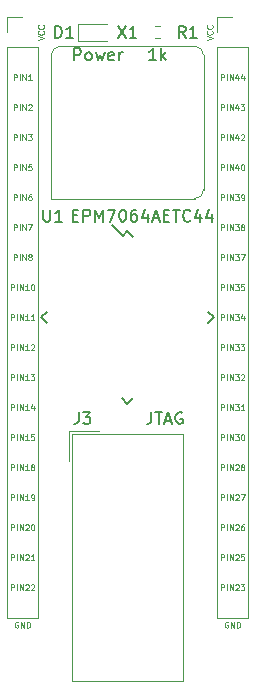
<source format=gbr>
G04 #@! TF.GenerationSoftware,KiCad,Pcbnew,(5.1.0)-1*
G04 #@! TF.CreationDate,2020-08-07T11:47:51-07:00*
G04 #@! TF.ProjectId,MAX7_Proto,4d415837-5f50-4726-9f74-6f2e6b696361,rev?*
G04 #@! TF.SameCoordinates,Original*
G04 #@! TF.FileFunction,Legend,Top*
G04 #@! TF.FilePolarity,Positive*
%FSLAX46Y46*%
G04 Gerber Fmt 4.6, Leading zero omitted, Abs format (unit mm)*
G04 Created by KiCad (PCBNEW (5.1.0)-1) date 2020-08-07 11:47:51*
%MOMM*%
%LPD*%
G04 APERTURE LIST*
%ADD10C,0.100000*%
%ADD11C,0.120000*%
%ADD12C,0.150000*%
G04 APERTURE END LIST*
D10*
X145061904Y-81506190D02*
X145061904Y-81006190D01*
X145252380Y-81006190D01*
X145300000Y-81030000D01*
X145323809Y-81053809D01*
X145347619Y-81101428D01*
X145347619Y-81172857D01*
X145323809Y-81220476D01*
X145300000Y-81244285D01*
X145252380Y-81268095D01*
X145061904Y-81268095D01*
X145561904Y-81506190D02*
X145561904Y-81006190D01*
X145800000Y-81506190D02*
X145800000Y-81006190D01*
X146085714Y-81506190D01*
X146085714Y-81006190D01*
X146538095Y-81172857D02*
X146538095Y-81506190D01*
X146419047Y-80982380D02*
X146300000Y-81339523D01*
X146609523Y-81339523D01*
X147014285Y-81172857D02*
X147014285Y-81506190D01*
X146895238Y-80982380D02*
X146776190Y-81339523D01*
X147085714Y-81339523D01*
X145061904Y-84046190D02*
X145061904Y-83546190D01*
X145252380Y-83546190D01*
X145300000Y-83570000D01*
X145323809Y-83593809D01*
X145347619Y-83641428D01*
X145347619Y-83712857D01*
X145323809Y-83760476D01*
X145300000Y-83784285D01*
X145252380Y-83808095D01*
X145061904Y-83808095D01*
X145561904Y-84046190D02*
X145561904Y-83546190D01*
X145800000Y-84046190D02*
X145800000Y-83546190D01*
X146085714Y-84046190D01*
X146085714Y-83546190D01*
X146538095Y-83712857D02*
X146538095Y-84046190D01*
X146419047Y-83522380D02*
X146300000Y-83879523D01*
X146609523Y-83879523D01*
X146752380Y-83546190D02*
X147061904Y-83546190D01*
X146895238Y-83736666D01*
X146966666Y-83736666D01*
X147014285Y-83760476D01*
X147038095Y-83784285D01*
X147061904Y-83831904D01*
X147061904Y-83950952D01*
X147038095Y-83998571D01*
X147014285Y-84022380D01*
X146966666Y-84046190D01*
X146823809Y-84046190D01*
X146776190Y-84022380D01*
X146752380Y-83998571D01*
X145061904Y-86586190D02*
X145061904Y-86086190D01*
X145252380Y-86086190D01*
X145300000Y-86110000D01*
X145323809Y-86133809D01*
X145347619Y-86181428D01*
X145347619Y-86252857D01*
X145323809Y-86300476D01*
X145300000Y-86324285D01*
X145252380Y-86348095D01*
X145061904Y-86348095D01*
X145561904Y-86586190D02*
X145561904Y-86086190D01*
X145800000Y-86586190D02*
X145800000Y-86086190D01*
X146085714Y-86586190D01*
X146085714Y-86086190D01*
X146538095Y-86252857D02*
X146538095Y-86586190D01*
X146419047Y-86062380D02*
X146300000Y-86419523D01*
X146609523Y-86419523D01*
X146776190Y-86133809D02*
X146800000Y-86110000D01*
X146847619Y-86086190D01*
X146966666Y-86086190D01*
X147014285Y-86110000D01*
X147038095Y-86133809D01*
X147061904Y-86181428D01*
X147061904Y-86229047D01*
X147038095Y-86300476D01*
X146752380Y-86586190D01*
X147061904Y-86586190D01*
X145061904Y-89126190D02*
X145061904Y-88626190D01*
X145252380Y-88626190D01*
X145300000Y-88650000D01*
X145323809Y-88673809D01*
X145347619Y-88721428D01*
X145347619Y-88792857D01*
X145323809Y-88840476D01*
X145300000Y-88864285D01*
X145252380Y-88888095D01*
X145061904Y-88888095D01*
X145561904Y-89126190D02*
X145561904Y-88626190D01*
X145800000Y-89126190D02*
X145800000Y-88626190D01*
X146085714Y-89126190D01*
X146085714Y-88626190D01*
X146538095Y-88792857D02*
X146538095Y-89126190D01*
X146419047Y-88602380D02*
X146300000Y-88959523D01*
X146609523Y-88959523D01*
X146895238Y-88626190D02*
X146942857Y-88626190D01*
X146990476Y-88650000D01*
X147014285Y-88673809D01*
X147038095Y-88721428D01*
X147061904Y-88816666D01*
X147061904Y-88935714D01*
X147038095Y-89030952D01*
X147014285Y-89078571D01*
X146990476Y-89102380D01*
X146942857Y-89126190D01*
X146895238Y-89126190D01*
X146847619Y-89102380D01*
X146823809Y-89078571D01*
X146800000Y-89030952D01*
X146776190Y-88935714D01*
X146776190Y-88816666D01*
X146800000Y-88721428D01*
X146823809Y-88673809D01*
X146847619Y-88650000D01*
X146895238Y-88626190D01*
X145061904Y-91666190D02*
X145061904Y-91166190D01*
X145252380Y-91166190D01*
X145300000Y-91190000D01*
X145323809Y-91213809D01*
X145347619Y-91261428D01*
X145347619Y-91332857D01*
X145323809Y-91380476D01*
X145300000Y-91404285D01*
X145252380Y-91428095D01*
X145061904Y-91428095D01*
X145561904Y-91666190D02*
X145561904Y-91166190D01*
X145800000Y-91666190D02*
X145800000Y-91166190D01*
X146085714Y-91666190D01*
X146085714Y-91166190D01*
X146276190Y-91166190D02*
X146585714Y-91166190D01*
X146419047Y-91356666D01*
X146490476Y-91356666D01*
X146538095Y-91380476D01*
X146561904Y-91404285D01*
X146585714Y-91451904D01*
X146585714Y-91570952D01*
X146561904Y-91618571D01*
X146538095Y-91642380D01*
X146490476Y-91666190D01*
X146347619Y-91666190D01*
X146300000Y-91642380D01*
X146276190Y-91618571D01*
X146823809Y-91666190D02*
X146919047Y-91666190D01*
X146966666Y-91642380D01*
X146990476Y-91618571D01*
X147038095Y-91547142D01*
X147061904Y-91451904D01*
X147061904Y-91261428D01*
X147038095Y-91213809D01*
X147014285Y-91190000D01*
X146966666Y-91166190D01*
X146871428Y-91166190D01*
X146823809Y-91190000D01*
X146800000Y-91213809D01*
X146776190Y-91261428D01*
X146776190Y-91380476D01*
X146800000Y-91428095D01*
X146823809Y-91451904D01*
X146871428Y-91475714D01*
X146966666Y-91475714D01*
X147014285Y-91451904D01*
X147038095Y-91428095D01*
X147061904Y-91380476D01*
X145061904Y-94206190D02*
X145061904Y-93706190D01*
X145252380Y-93706190D01*
X145300000Y-93730000D01*
X145323809Y-93753809D01*
X145347619Y-93801428D01*
X145347619Y-93872857D01*
X145323809Y-93920476D01*
X145300000Y-93944285D01*
X145252380Y-93968095D01*
X145061904Y-93968095D01*
X145561904Y-94206190D02*
X145561904Y-93706190D01*
X145800000Y-94206190D02*
X145800000Y-93706190D01*
X146085714Y-94206190D01*
X146085714Y-93706190D01*
X146276190Y-93706190D02*
X146585714Y-93706190D01*
X146419047Y-93896666D01*
X146490476Y-93896666D01*
X146538095Y-93920476D01*
X146561904Y-93944285D01*
X146585714Y-93991904D01*
X146585714Y-94110952D01*
X146561904Y-94158571D01*
X146538095Y-94182380D01*
X146490476Y-94206190D01*
X146347619Y-94206190D01*
X146300000Y-94182380D01*
X146276190Y-94158571D01*
X146871428Y-93920476D02*
X146823809Y-93896666D01*
X146800000Y-93872857D01*
X146776190Y-93825238D01*
X146776190Y-93801428D01*
X146800000Y-93753809D01*
X146823809Y-93730000D01*
X146871428Y-93706190D01*
X146966666Y-93706190D01*
X147014285Y-93730000D01*
X147038095Y-93753809D01*
X147061904Y-93801428D01*
X147061904Y-93825238D01*
X147038095Y-93872857D01*
X147014285Y-93896666D01*
X146966666Y-93920476D01*
X146871428Y-93920476D01*
X146823809Y-93944285D01*
X146800000Y-93968095D01*
X146776190Y-94015714D01*
X146776190Y-94110952D01*
X146800000Y-94158571D01*
X146823809Y-94182380D01*
X146871428Y-94206190D01*
X146966666Y-94206190D01*
X147014285Y-94182380D01*
X147038095Y-94158571D01*
X147061904Y-94110952D01*
X147061904Y-94015714D01*
X147038095Y-93968095D01*
X147014285Y-93944285D01*
X146966666Y-93920476D01*
X145061904Y-96746190D02*
X145061904Y-96246190D01*
X145252380Y-96246190D01*
X145300000Y-96270000D01*
X145323809Y-96293809D01*
X145347619Y-96341428D01*
X145347619Y-96412857D01*
X145323809Y-96460476D01*
X145300000Y-96484285D01*
X145252380Y-96508095D01*
X145061904Y-96508095D01*
X145561904Y-96746190D02*
X145561904Y-96246190D01*
X145800000Y-96746190D02*
X145800000Y-96246190D01*
X146085714Y-96746190D01*
X146085714Y-96246190D01*
X146276190Y-96246190D02*
X146585714Y-96246190D01*
X146419047Y-96436666D01*
X146490476Y-96436666D01*
X146538095Y-96460476D01*
X146561904Y-96484285D01*
X146585714Y-96531904D01*
X146585714Y-96650952D01*
X146561904Y-96698571D01*
X146538095Y-96722380D01*
X146490476Y-96746190D01*
X146347619Y-96746190D01*
X146300000Y-96722380D01*
X146276190Y-96698571D01*
X146752380Y-96246190D02*
X147085714Y-96246190D01*
X146871428Y-96746190D01*
X145061904Y-99286190D02*
X145061904Y-98786190D01*
X145252380Y-98786190D01*
X145300000Y-98810000D01*
X145323809Y-98833809D01*
X145347619Y-98881428D01*
X145347619Y-98952857D01*
X145323809Y-99000476D01*
X145300000Y-99024285D01*
X145252380Y-99048095D01*
X145061904Y-99048095D01*
X145561904Y-99286190D02*
X145561904Y-98786190D01*
X145800000Y-99286190D02*
X145800000Y-98786190D01*
X146085714Y-99286190D01*
X146085714Y-98786190D01*
X146276190Y-98786190D02*
X146585714Y-98786190D01*
X146419047Y-98976666D01*
X146490476Y-98976666D01*
X146538095Y-99000476D01*
X146561904Y-99024285D01*
X146585714Y-99071904D01*
X146585714Y-99190952D01*
X146561904Y-99238571D01*
X146538095Y-99262380D01*
X146490476Y-99286190D01*
X146347619Y-99286190D01*
X146300000Y-99262380D01*
X146276190Y-99238571D01*
X147038095Y-98786190D02*
X146800000Y-98786190D01*
X146776190Y-99024285D01*
X146800000Y-99000476D01*
X146847619Y-98976666D01*
X146966666Y-98976666D01*
X147014285Y-99000476D01*
X147038095Y-99024285D01*
X147061904Y-99071904D01*
X147061904Y-99190952D01*
X147038095Y-99238571D01*
X147014285Y-99262380D01*
X146966666Y-99286190D01*
X146847619Y-99286190D01*
X146800000Y-99262380D01*
X146776190Y-99238571D01*
X145061904Y-101826190D02*
X145061904Y-101326190D01*
X145252380Y-101326190D01*
X145300000Y-101350000D01*
X145323809Y-101373809D01*
X145347619Y-101421428D01*
X145347619Y-101492857D01*
X145323809Y-101540476D01*
X145300000Y-101564285D01*
X145252380Y-101588095D01*
X145061904Y-101588095D01*
X145561904Y-101826190D02*
X145561904Y-101326190D01*
X145800000Y-101826190D02*
X145800000Y-101326190D01*
X146085714Y-101826190D01*
X146085714Y-101326190D01*
X146276190Y-101326190D02*
X146585714Y-101326190D01*
X146419047Y-101516666D01*
X146490476Y-101516666D01*
X146538095Y-101540476D01*
X146561904Y-101564285D01*
X146585714Y-101611904D01*
X146585714Y-101730952D01*
X146561904Y-101778571D01*
X146538095Y-101802380D01*
X146490476Y-101826190D01*
X146347619Y-101826190D01*
X146300000Y-101802380D01*
X146276190Y-101778571D01*
X147014285Y-101492857D02*
X147014285Y-101826190D01*
X146895238Y-101302380D02*
X146776190Y-101659523D01*
X147085714Y-101659523D01*
X145061904Y-104366190D02*
X145061904Y-103866190D01*
X145252380Y-103866190D01*
X145300000Y-103890000D01*
X145323809Y-103913809D01*
X145347619Y-103961428D01*
X145347619Y-104032857D01*
X145323809Y-104080476D01*
X145300000Y-104104285D01*
X145252380Y-104128095D01*
X145061904Y-104128095D01*
X145561904Y-104366190D02*
X145561904Y-103866190D01*
X145800000Y-104366190D02*
X145800000Y-103866190D01*
X146085714Y-104366190D01*
X146085714Y-103866190D01*
X146276190Y-103866190D02*
X146585714Y-103866190D01*
X146419047Y-104056666D01*
X146490476Y-104056666D01*
X146538095Y-104080476D01*
X146561904Y-104104285D01*
X146585714Y-104151904D01*
X146585714Y-104270952D01*
X146561904Y-104318571D01*
X146538095Y-104342380D01*
X146490476Y-104366190D01*
X146347619Y-104366190D01*
X146300000Y-104342380D01*
X146276190Y-104318571D01*
X146752380Y-103866190D02*
X147061904Y-103866190D01*
X146895238Y-104056666D01*
X146966666Y-104056666D01*
X147014285Y-104080476D01*
X147038095Y-104104285D01*
X147061904Y-104151904D01*
X147061904Y-104270952D01*
X147038095Y-104318571D01*
X147014285Y-104342380D01*
X146966666Y-104366190D01*
X146823809Y-104366190D01*
X146776190Y-104342380D01*
X146752380Y-104318571D01*
X145061904Y-106906190D02*
X145061904Y-106406190D01*
X145252380Y-106406190D01*
X145300000Y-106430000D01*
X145323809Y-106453809D01*
X145347619Y-106501428D01*
X145347619Y-106572857D01*
X145323809Y-106620476D01*
X145300000Y-106644285D01*
X145252380Y-106668095D01*
X145061904Y-106668095D01*
X145561904Y-106906190D02*
X145561904Y-106406190D01*
X145800000Y-106906190D02*
X145800000Y-106406190D01*
X146085714Y-106906190D01*
X146085714Y-106406190D01*
X146276190Y-106406190D02*
X146585714Y-106406190D01*
X146419047Y-106596666D01*
X146490476Y-106596666D01*
X146538095Y-106620476D01*
X146561904Y-106644285D01*
X146585714Y-106691904D01*
X146585714Y-106810952D01*
X146561904Y-106858571D01*
X146538095Y-106882380D01*
X146490476Y-106906190D01*
X146347619Y-106906190D01*
X146300000Y-106882380D01*
X146276190Y-106858571D01*
X146776190Y-106453809D02*
X146800000Y-106430000D01*
X146847619Y-106406190D01*
X146966666Y-106406190D01*
X147014285Y-106430000D01*
X147038095Y-106453809D01*
X147061904Y-106501428D01*
X147061904Y-106549047D01*
X147038095Y-106620476D01*
X146752380Y-106906190D01*
X147061904Y-106906190D01*
X145061904Y-109446190D02*
X145061904Y-108946190D01*
X145252380Y-108946190D01*
X145300000Y-108970000D01*
X145323809Y-108993809D01*
X145347619Y-109041428D01*
X145347619Y-109112857D01*
X145323809Y-109160476D01*
X145300000Y-109184285D01*
X145252380Y-109208095D01*
X145061904Y-109208095D01*
X145561904Y-109446190D02*
X145561904Y-108946190D01*
X145800000Y-109446190D02*
X145800000Y-108946190D01*
X146085714Y-109446190D01*
X146085714Y-108946190D01*
X146276190Y-108946190D02*
X146585714Y-108946190D01*
X146419047Y-109136666D01*
X146490476Y-109136666D01*
X146538095Y-109160476D01*
X146561904Y-109184285D01*
X146585714Y-109231904D01*
X146585714Y-109350952D01*
X146561904Y-109398571D01*
X146538095Y-109422380D01*
X146490476Y-109446190D01*
X146347619Y-109446190D01*
X146300000Y-109422380D01*
X146276190Y-109398571D01*
X147061904Y-109446190D02*
X146776190Y-109446190D01*
X146919047Y-109446190D02*
X146919047Y-108946190D01*
X146871428Y-109017619D01*
X146823809Y-109065238D01*
X146776190Y-109089047D01*
X145061904Y-111986190D02*
X145061904Y-111486190D01*
X145252380Y-111486190D01*
X145300000Y-111510000D01*
X145323809Y-111533809D01*
X145347619Y-111581428D01*
X145347619Y-111652857D01*
X145323809Y-111700476D01*
X145300000Y-111724285D01*
X145252380Y-111748095D01*
X145061904Y-111748095D01*
X145561904Y-111986190D02*
X145561904Y-111486190D01*
X145800000Y-111986190D02*
X145800000Y-111486190D01*
X146085714Y-111986190D01*
X146085714Y-111486190D01*
X146276190Y-111486190D02*
X146585714Y-111486190D01*
X146419047Y-111676666D01*
X146490476Y-111676666D01*
X146538095Y-111700476D01*
X146561904Y-111724285D01*
X146585714Y-111771904D01*
X146585714Y-111890952D01*
X146561904Y-111938571D01*
X146538095Y-111962380D01*
X146490476Y-111986190D01*
X146347619Y-111986190D01*
X146300000Y-111962380D01*
X146276190Y-111938571D01*
X146895238Y-111486190D02*
X146942857Y-111486190D01*
X146990476Y-111510000D01*
X147014285Y-111533809D01*
X147038095Y-111581428D01*
X147061904Y-111676666D01*
X147061904Y-111795714D01*
X147038095Y-111890952D01*
X147014285Y-111938571D01*
X146990476Y-111962380D01*
X146942857Y-111986190D01*
X146895238Y-111986190D01*
X146847619Y-111962380D01*
X146823809Y-111938571D01*
X146800000Y-111890952D01*
X146776190Y-111795714D01*
X146776190Y-111676666D01*
X146800000Y-111581428D01*
X146823809Y-111533809D01*
X146847619Y-111510000D01*
X146895238Y-111486190D01*
X145061904Y-114526190D02*
X145061904Y-114026190D01*
X145252380Y-114026190D01*
X145300000Y-114050000D01*
X145323809Y-114073809D01*
X145347619Y-114121428D01*
X145347619Y-114192857D01*
X145323809Y-114240476D01*
X145300000Y-114264285D01*
X145252380Y-114288095D01*
X145061904Y-114288095D01*
X145561904Y-114526190D02*
X145561904Y-114026190D01*
X145800000Y-114526190D02*
X145800000Y-114026190D01*
X146085714Y-114526190D01*
X146085714Y-114026190D01*
X146300000Y-114073809D02*
X146323809Y-114050000D01*
X146371428Y-114026190D01*
X146490476Y-114026190D01*
X146538095Y-114050000D01*
X146561904Y-114073809D01*
X146585714Y-114121428D01*
X146585714Y-114169047D01*
X146561904Y-114240476D01*
X146276190Y-114526190D01*
X146585714Y-114526190D01*
X146871428Y-114240476D02*
X146823809Y-114216666D01*
X146800000Y-114192857D01*
X146776190Y-114145238D01*
X146776190Y-114121428D01*
X146800000Y-114073809D01*
X146823809Y-114050000D01*
X146871428Y-114026190D01*
X146966666Y-114026190D01*
X147014285Y-114050000D01*
X147038095Y-114073809D01*
X147061904Y-114121428D01*
X147061904Y-114145238D01*
X147038095Y-114192857D01*
X147014285Y-114216666D01*
X146966666Y-114240476D01*
X146871428Y-114240476D01*
X146823809Y-114264285D01*
X146800000Y-114288095D01*
X146776190Y-114335714D01*
X146776190Y-114430952D01*
X146800000Y-114478571D01*
X146823809Y-114502380D01*
X146871428Y-114526190D01*
X146966666Y-114526190D01*
X147014285Y-114502380D01*
X147038095Y-114478571D01*
X147061904Y-114430952D01*
X147061904Y-114335714D01*
X147038095Y-114288095D01*
X147014285Y-114264285D01*
X146966666Y-114240476D01*
X145061904Y-117066190D02*
X145061904Y-116566190D01*
X145252380Y-116566190D01*
X145300000Y-116590000D01*
X145323809Y-116613809D01*
X145347619Y-116661428D01*
X145347619Y-116732857D01*
X145323809Y-116780476D01*
X145300000Y-116804285D01*
X145252380Y-116828095D01*
X145061904Y-116828095D01*
X145561904Y-117066190D02*
X145561904Y-116566190D01*
X145800000Y-117066190D02*
X145800000Y-116566190D01*
X146085714Y-117066190D01*
X146085714Y-116566190D01*
X146300000Y-116613809D02*
X146323809Y-116590000D01*
X146371428Y-116566190D01*
X146490476Y-116566190D01*
X146538095Y-116590000D01*
X146561904Y-116613809D01*
X146585714Y-116661428D01*
X146585714Y-116709047D01*
X146561904Y-116780476D01*
X146276190Y-117066190D01*
X146585714Y-117066190D01*
X146752380Y-116566190D02*
X147085714Y-116566190D01*
X146871428Y-117066190D01*
X145061904Y-119606190D02*
X145061904Y-119106190D01*
X145252380Y-119106190D01*
X145300000Y-119130000D01*
X145323809Y-119153809D01*
X145347619Y-119201428D01*
X145347619Y-119272857D01*
X145323809Y-119320476D01*
X145300000Y-119344285D01*
X145252380Y-119368095D01*
X145061904Y-119368095D01*
X145561904Y-119606190D02*
X145561904Y-119106190D01*
X145800000Y-119606190D02*
X145800000Y-119106190D01*
X146085714Y-119606190D01*
X146085714Y-119106190D01*
X146300000Y-119153809D02*
X146323809Y-119130000D01*
X146371428Y-119106190D01*
X146490476Y-119106190D01*
X146538095Y-119130000D01*
X146561904Y-119153809D01*
X146585714Y-119201428D01*
X146585714Y-119249047D01*
X146561904Y-119320476D01*
X146276190Y-119606190D01*
X146585714Y-119606190D01*
X147014285Y-119106190D02*
X146919047Y-119106190D01*
X146871428Y-119130000D01*
X146847619Y-119153809D01*
X146800000Y-119225238D01*
X146776190Y-119320476D01*
X146776190Y-119510952D01*
X146800000Y-119558571D01*
X146823809Y-119582380D01*
X146871428Y-119606190D01*
X146966666Y-119606190D01*
X147014285Y-119582380D01*
X147038095Y-119558571D01*
X147061904Y-119510952D01*
X147061904Y-119391904D01*
X147038095Y-119344285D01*
X147014285Y-119320476D01*
X146966666Y-119296666D01*
X146871428Y-119296666D01*
X146823809Y-119320476D01*
X146800000Y-119344285D01*
X146776190Y-119391904D01*
X145061904Y-122146190D02*
X145061904Y-121646190D01*
X145252380Y-121646190D01*
X145300000Y-121670000D01*
X145323809Y-121693809D01*
X145347619Y-121741428D01*
X145347619Y-121812857D01*
X145323809Y-121860476D01*
X145300000Y-121884285D01*
X145252380Y-121908095D01*
X145061904Y-121908095D01*
X145561904Y-122146190D02*
X145561904Y-121646190D01*
X145800000Y-122146190D02*
X145800000Y-121646190D01*
X146085714Y-122146190D01*
X146085714Y-121646190D01*
X146300000Y-121693809D02*
X146323809Y-121670000D01*
X146371428Y-121646190D01*
X146490476Y-121646190D01*
X146538095Y-121670000D01*
X146561904Y-121693809D01*
X146585714Y-121741428D01*
X146585714Y-121789047D01*
X146561904Y-121860476D01*
X146276190Y-122146190D01*
X146585714Y-122146190D01*
X147038095Y-121646190D02*
X146800000Y-121646190D01*
X146776190Y-121884285D01*
X146800000Y-121860476D01*
X146847619Y-121836666D01*
X146966666Y-121836666D01*
X147014285Y-121860476D01*
X147038095Y-121884285D01*
X147061904Y-121931904D01*
X147061904Y-122050952D01*
X147038095Y-122098571D01*
X147014285Y-122122380D01*
X146966666Y-122146190D01*
X146847619Y-122146190D01*
X146800000Y-122122380D01*
X146776190Y-122098571D01*
X145061904Y-124686190D02*
X145061904Y-124186190D01*
X145252380Y-124186190D01*
X145300000Y-124210000D01*
X145323809Y-124233809D01*
X145347619Y-124281428D01*
X145347619Y-124352857D01*
X145323809Y-124400476D01*
X145300000Y-124424285D01*
X145252380Y-124448095D01*
X145061904Y-124448095D01*
X145561904Y-124686190D02*
X145561904Y-124186190D01*
X145800000Y-124686190D02*
X145800000Y-124186190D01*
X146085714Y-124686190D01*
X146085714Y-124186190D01*
X146300000Y-124233809D02*
X146323809Y-124210000D01*
X146371428Y-124186190D01*
X146490476Y-124186190D01*
X146538095Y-124210000D01*
X146561904Y-124233809D01*
X146585714Y-124281428D01*
X146585714Y-124329047D01*
X146561904Y-124400476D01*
X146276190Y-124686190D01*
X146585714Y-124686190D01*
X146752380Y-124186190D02*
X147061904Y-124186190D01*
X146895238Y-124376666D01*
X146966666Y-124376666D01*
X147014285Y-124400476D01*
X147038095Y-124424285D01*
X147061904Y-124471904D01*
X147061904Y-124590952D01*
X147038095Y-124638571D01*
X147014285Y-124662380D01*
X146966666Y-124686190D01*
X146823809Y-124686190D01*
X146776190Y-124662380D01*
X146752380Y-124638571D01*
X127281904Y-124686190D02*
X127281904Y-124186190D01*
X127472380Y-124186190D01*
X127520000Y-124210000D01*
X127543809Y-124233809D01*
X127567619Y-124281428D01*
X127567619Y-124352857D01*
X127543809Y-124400476D01*
X127520000Y-124424285D01*
X127472380Y-124448095D01*
X127281904Y-124448095D01*
X127781904Y-124686190D02*
X127781904Y-124186190D01*
X128020000Y-124686190D02*
X128020000Y-124186190D01*
X128305714Y-124686190D01*
X128305714Y-124186190D01*
X128520000Y-124233809D02*
X128543809Y-124210000D01*
X128591428Y-124186190D01*
X128710476Y-124186190D01*
X128758095Y-124210000D01*
X128781904Y-124233809D01*
X128805714Y-124281428D01*
X128805714Y-124329047D01*
X128781904Y-124400476D01*
X128496190Y-124686190D01*
X128805714Y-124686190D01*
X128996190Y-124233809D02*
X129020000Y-124210000D01*
X129067619Y-124186190D01*
X129186666Y-124186190D01*
X129234285Y-124210000D01*
X129258095Y-124233809D01*
X129281904Y-124281428D01*
X129281904Y-124329047D01*
X129258095Y-124400476D01*
X128972380Y-124686190D01*
X129281904Y-124686190D01*
X127281904Y-122146190D02*
X127281904Y-121646190D01*
X127472380Y-121646190D01*
X127520000Y-121670000D01*
X127543809Y-121693809D01*
X127567619Y-121741428D01*
X127567619Y-121812857D01*
X127543809Y-121860476D01*
X127520000Y-121884285D01*
X127472380Y-121908095D01*
X127281904Y-121908095D01*
X127781904Y-122146190D02*
X127781904Y-121646190D01*
X128020000Y-122146190D02*
X128020000Y-121646190D01*
X128305714Y-122146190D01*
X128305714Y-121646190D01*
X128520000Y-121693809D02*
X128543809Y-121670000D01*
X128591428Y-121646190D01*
X128710476Y-121646190D01*
X128758095Y-121670000D01*
X128781904Y-121693809D01*
X128805714Y-121741428D01*
X128805714Y-121789047D01*
X128781904Y-121860476D01*
X128496190Y-122146190D01*
X128805714Y-122146190D01*
X129281904Y-122146190D02*
X128996190Y-122146190D01*
X129139047Y-122146190D02*
X129139047Y-121646190D01*
X129091428Y-121717619D01*
X129043809Y-121765238D01*
X128996190Y-121789047D01*
X127281904Y-119606190D02*
X127281904Y-119106190D01*
X127472380Y-119106190D01*
X127520000Y-119130000D01*
X127543809Y-119153809D01*
X127567619Y-119201428D01*
X127567619Y-119272857D01*
X127543809Y-119320476D01*
X127520000Y-119344285D01*
X127472380Y-119368095D01*
X127281904Y-119368095D01*
X127781904Y-119606190D02*
X127781904Y-119106190D01*
X128020000Y-119606190D02*
X128020000Y-119106190D01*
X128305714Y-119606190D01*
X128305714Y-119106190D01*
X128520000Y-119153809D02*
X128543809Y-119130000D01*
X128591428Y-119106190D01*
X128710476Y-119106190D01*
X128758095Y-119130000D01*
X128781904Y-119153809D01*
X128805714Y-119201428D01*
X128805714Y-119249047D01*
X128781904Y-119320476D01*
X128496190Y-119606190D01*
X128805714Y-119606190D01*
X129115238Y-119106190D02*
X129162857Y-119106190D01*
X129210476Y-119130000D01*
X129234285Y-119153809D01*
X129258095Y-119201428D01*
X129281904Y-119296666D01*
X129281904Y-119415714D01*
X129258095Y-119510952D01*
X129234285Y-119558571D01*
X129210476Y-119582380D01*
X129162857Y-119606190D01*
X129115238Y-119606190D01*
X129067619Y-119582380D01*
X129043809Y-119558571D01*
X129020000Y-119510952D01*
X128996190Y-119415714D01*
X128996190Y-119296666D01*
X129020000Y-119201428D01*
X129043809Y-119153809D01*
X129067619Y-119130000D01*
X129115238Y-119106190D01*
X127281904Y-117066190D02*
X127281904Y-116566190D01*
X127472380Y-116566190D01*
X127520000Y-116590000D01*
X127543809Y-116613809D01*
X127567619Y-116661428D01*
X127567619Y-116732857D01*
X127543809Y-116780476D01*
X127520000Y-116804285D01*
X127472380Y-116828095D01*
X127281904Y-116828095D01*
X127781904Y-117066190D02*
X127781904Y-116566190D01*
X128020000Y-117066190D02*
X128020000Y-116566190D01*
X128305714Y-117066190D01*
X128305714Y-116566190D01*
X128805714Y-117066190D02*
X128520000Y-117066190D01*
X128662857Y-117066190D02*
X128662857Y-116566190D01*
X128615238Y-116637619D01*
X128567619Y-116685238D01*
X128520000Y-116709047D01*
X129043809Y-117066190D02*
X129139047Y-117066190D01*
X129186666Y-117042380D01*
X129210476Y-117018571D01*
X129258095Y-116947142D01*
X129281904Y-116851904D01*
X129281904Y-116661428D01*
X129258095Y-116613809D01*
X129234285Y-116590000D01*
X129186666Y-116566190D01*
X129091428Y-116566190D01*
X129043809Y-116590000D01*
X129020000Y-116613809D01*
X128996190Y-116661428D01*
X128996190Y-116780476D01*
X129020000Y-116828095D01*
X129043809Y-116851904D01*
X129091428Y-116875714D01*
X129186666Y-116875714D01*
X129234285Y-116851904D01*
X129258095Y-116828095D01*
X129281904Y-116780476D01*
X127281904Y-114526190D02*
X127281904Y-114026190D01*
X127472380Y-114026190D01*
X127520000Y-114050000D01*
X127543809Y-114073809D01*
X127567619Y-114121428D01*
X127567619Y-114192857D01*
X127543809Y-114240476D01*
X127520000Y-114264285D01*
X127472380Y-114288095D01*
X127281904Y-114288095D01*
X127781904Y-114526190D02*
X127781904Y-114026190D01*
X128020000Y-114526190D02*
X128020000Y-114026190D01*
X128305714Y-114526190D01*
X128305714Y-114026190D01*
X128805714Y-114526190D02*
X128520000Y-114526190D01*
X128662857Y-114526190D02*
X128662857Y-114026190D01*
X128615238Y-114097619D01*
X128567619Y-114145238D01*
X128520000Y-114169047D01*
X129091428Y-114240476D02*
X129043809Y-114216666D01*
X129020000Y-114192857D01*
X128996190Y-114145238D01*
X128996190Y-114121428D01*
X129020000Y-114073809D01*
X129043809Y-114050000D01*
X129091428Y-114026190D01*
X129186666Y-114026190D01*
X129234285Y-114050000D01*
X129258095Y-114073809D01*
X129281904Y-114121428D01*
X129281904Y-114145238D01*
X129258095Y-114192857D01*
X129234285Y-114216666D01*
X129186666Y-114240476D01*
X129091428Y-114240476D01*
X129043809Y-114264285D01*
X129020000Y-114288095D01*
X128996190Y-114335714D01*
X128996190Y-114430952D01*
X129020000Y-114478571D01*
X129043809Y-114502380D01*
X129091428Y-114526190D01*
X129186666Y-114526190D01*
X129234285Y-114502380D01*
X129258095Y-114478571D01*
X129281904Y-114430952D01*
X129281904Y-114335714D01*
X129258095Y-114288095D01*
X129234285Y-114264285D01*
X129186666Y-114240476D01*
X127281904Y-111986190D02*
X127281904Y-111486190D01*
X127472380Y-111486190D01*
X127520000Y-111510000D01*
X127543809Y-111533809D01*
X127567619Y-111581428D01*
X127567619Y-111652857D01*
X127543809Y-111700476D01*
X127520000Y-111724285D01*
X127472380Y-111748095D01*
X127281904Y-111748095D01*
X127781904Y-111986190D02*
X127781904Y-111486190D01*
X128020000Y-111986190D02*
X128020000Y-111486190D01*
X128305714Y-111986190D01*
X128305714Y-111486190D01*
X128805714Y-111986190D02*
X128520000Y-111986190D01*
X128662857Y-111986190D02*
X128662857Y-111486190D01*
X128615238Y-111557619D01*
X128567619Y-111605238D01*
X128520000Y-111629047D01*
X129258095Y-111486190D02*
X129020000Y-111486190D01*
X128996190Y-111724285D01*
X129020000Y-111700476D01*
X129067619Y-111676666D01*
X129186666Y-111676666D01*
X129234285Y-111700476D01*
X129258095Y-111724285D01*
X129281904Y-111771904D01*
X129281904Y-111890952D01*
X129258095Y-111938571D01*
X129234285Y-111962380D01*
X129186666Y-111986190D01*
X129067619Y-111986190D01*
X129020000Y-111962380D01*
X128996190Y-111938571D01*
X127281904Y-109446190D02*
X127281904Y-108946190D01*
X127472380Y-108946190D01*
X127520000Y-108970000D01*
X127543809Y-108993809D01*
X127567619Y-109041428D01*
X127567619Y-109112857D01*
X127543809Y-109160476D01*
X127520000Y-109184285D01*
X127472380Y-109208095D01*
X127281904Y-109208095D01*
X127781904Y-109446190D02*
X127781904Y-108946190D01*
X128020000Y-109446190D02*
X128020000Y-108946190D01*
X128305714Y-109446190D01*
X128305714Y-108946190D01*
X128805714Y-109446190D02*
X128520000Y-109446190D01*
X128662857Y-109446190D02*
X128662857Y-108946190D01*
X128615238Y-109017619D01*
X128567619Y-109065238D01*
X128520000Y-109089047D01*
X129234285Y-109112857D02*
X129234285Y-109446190D01*
X129115238Y-108922380D02*
X128996190Y-109279523D01*
X129305714Y-109279523D01*
X127281904Y-106906190D02*
X127281904Y-106406190D01*
X127472380Y-106406190D01*
X127520000Y-106430000D01*
X127543809Y-106453809D01*
X127567619Y-106501428D01*
X127567619Y-106572857D01*
X127543809Y-106620476D01*
X127520000Y-106644285D01*
X127472380Y-106668095D01*
X127281904Y-106668095D01*
X127781904Y-106906190D02*
X127781904Y-106406190D01*
X128020000Y-106906190D02*
X128020000Y-106406190D01*
X128305714Y-106906190D01*
X128305714Y-106406190D01*
X128805714Y-106906190D02*
X128520000Y-106906190D01*
X128662857Y-106906190D02*
X128662857Y-106406190D01*
X128615238Y-106477619D01*
X128567619Y-106525238D01*
X128520000Y-106549047D01*
X128972380Y-106406190D02*
X129281904Y-106406190D01*
X129115238Y-106596666D01*
X129186666Y-106596666D01*
X129234285Y-106620476D01*
X129258095Y-106644285D01*
X129281904Y-106691904D01*
X129281904Y-106810952D01*
X129258095Y-106858571D01*
X129234285Y-106882380D01*
X129186666Y-106906190D01*
X129043809Y-106906190D01*
X128996190Y-106882380D01*
X128972380Y-106858571D01*
X127281904Y-104366190D02*
X127281904Y-103866190D01*
X127472380Y-103866190D01*
X127520000Y-103890000D01*
X127543809Y-103913809D01*
X127567619Y-103961428D01*
X127567619Y-104032857D01*
X127543809Y-104080476D01*
X127520000Y-104104285D01*
X127472380Y-104128095D01*
X127281904Y-104128095D01*
X127781904Y-104366190D02*
X127781904Y-103866190D01*
X128020000Y-104366190D02*
X128020000Y-103866190D01*
X128305714Y-104366190D01*
X128305714Y-103866190D01*
X128805714Y-104366190D02*
X128520000Y-104366190D01*
X128662857Y-104366190D02*
X128662857Y-103866190D01*
X128615238Y-103937619D01*
X128567619Y-103985238D01*
X128520000Y-104009047D01*
X128996190Y-103913809D02*
X129020000Y-103890000D01*
X129067619Y-103866190D01*
X129186666Y-103866190D01*
X129234285Y-103890000D01*
X129258095Y-103913809D01*
X129281904Y-103961428D01*
X129281904Y-104009047D01*
X129258095Y-104080476D01*
X128972380Y-104366190D01*
X129281904Y-104366190D01*
X127281904Y-101826190D02*
X127281904Y-101326190D01*
X127472380Y-101326190D01*
X127520000Y-101350000D01*
X127543809Y-101373809D01*
X127567619Y-101421428D01*
X127567619Y-101492857D01*
X127543809Y-101540476D01*
X127520000Y-101564285D01*
X127472380Y-101588095D01*
X127281904Y-101588095D01*
X127781904Y-101826190D02*
X127781904Y-101326190D01*
X128020000Y-101826190D02*
X128020000Y-101326190D01*
X128305714Y-101826190D01*
X128305714Y-101326190D01*
X128805714Y-101826190D02*
X128520000Y-101826190D01*
X128662857Y-101826190D02*
X128662857Y-101326190D01*
X128615238Y-101397619D01*
X128567619Y-101445238D01*
X128520000Y-101469047D01*
X129281904Y-101826190D02*
X128996190Y-101826190D01*
X129139047Y-101826190D02*
X129139047Y-101326190D01*
X129091428Y-101397619D01*
X129043809Y-101445238D01*
X128996190Y-101469047D01*
X127281904Y-99286190D02*
X127281904Y-98786190D01*
X127472380Y-98786190D01*
X127520000Y-98810000D01*
X127543809Y-98833809D01*
X127567619Y-98881428D01*
X127567619Y-98952857D01*
X127543809Y-99000476D01*
X127520000Y-99024285D01*
X127472380Y-99048095D01*
X127281904Y-99048095D01*
X127781904Y-99286190D02*
X127781904Y-98786190D01*
X128020000Y-99286190D02*
X128020000Y-98786190D01*
X128305714Y-99286190D01*
X128305714Y-98786190D01*
X128805714Y-99286190D02*
X128520000Y-99286190D01*
X128662857Y-99286190D02*
X128662857Y-98786190D01*
X128615238Y-98857619D01*
X128567619Y-98905238D01*
X128520000Y-98929047D01*
X129115238Y-98786190D02*
X129162857Y-98786190D01*
X129210476Y-98810000D01*
X129234285Y-98833809D01*
X129258095Y-98881428D01*
X129281904Y-98976666D01*
X129281904Y-99095714D01*
X129258095Y-99190952D01*
X129234285Y-99238571D01*
X129210476Y-99262380D01*
X129162857Y-99286190D01*
X129115238Y-99286190D01*
X129067619Y-99262380D01*
X129043809Y-99238571D01*
X129020000Y-99190952D01*
X128996190Y-99095714D01*
X128996190Y-98976666D01*
X129020000Y-98881428D01*
X129043809Y-98833809D01*
X129067619Y-98810000D01*
X129115238Y-98786190D01*
X127520000Y-96746190D02*
X127520000Y-96246190D01*
X127710476Y-96246190D01*
X127758095Y-96270000D01*
X127781904Y-96293809D01*
X127805714Y-96341428D01*
X127805714Y-96412857D01*
X127781904Y-96460476D01*
X127758095Y-96484285D01*
X127710476Y-96508095D01*
X127520000Y-96508095D01*
X128020000Y-96746190D02*
X128020000Y-96246190D01*
X128258095Y-96746190D02*
X128258095Y-96246190D01*
X128543809Y-96746190D01*
X128543809Y-96246190D01*
X128853333Y-96460476D02*
X128805714Y-96436666D01*
X128781904Y-96412857D01*
X128758095Y-96365238D01*
X128758095Y-96341428D01*
X128781904Y-96293809D01*
X128805714Y-96270000D01*
X128853333Y-96246190D01*
X128948571Y-96246190D01*
X128996190Y-96270000D01*
X129020000Y-96293809D01*
X129043809Y-96341428D01*
X129043809Y-96365238D01*
X129020000Y-96412857D01*
X128996190Y-96436666D01*
X128948571Y-96460476D01*
X128853333Y-96460476D01*
X128805714Y-96484285D01*
X128781904Y-96508095D01*
X128758095Y-96555714D01*
X128758095Y-96650952D01*
X128781904Y-96698571D01*
X128805714Y-96722380D01*
X128853333Y-96746190D01*
X128948571Y-96746190D01*
X128996190Y-96722380D01*
X129020000Y-96698571D01*
X129043809Y-96650952D01*
X129043809Y-96555714D01*
X129020000Y-96508095D01*
X128996190Y-96484285D01*
X128948571Y-96460476D01*
X127520000Y-94206190D02*
X127520000Y-93706190D01*
X127710476Y-93706190D01*
X127758095Y-93730000D01*
X127781904Y-93753809D01*
X127805714Y-93801428D01*
X127805714Y-93872857D01*
X127781904Y-93920476D01*
X127758095Y-93944285D01*
X127710476Y-93968095D01*
X127520000Y-93968095D01*
X128020000Y-94206190D02*
X128020000Y-93706190D01*
X128258095Y-94206190D02*
X128258095Y-93706190D01*
X128543809Y-94206190D01*
X128543809Y-93706190D01*
X128734285Y-93706190D02*
X129067619Y-93706190D01*
X128853333Y-94206190D01*
X127520000Y-91666190D02*
X127520000Y-91166190D01*
X127710476Y-91166190D01*
X127758095Y-91190000D01*
X127781904Y-91213809D01*
X127805714Y-91261428D01*
X127805714Y-91332857D01*
X127781904Y-91380476D01*
X127758095Y-91404285D01*
X127710476Y-91428095D01*
X127520000Y-91428095D01*
X128020000Y-91666190D02*
X128020000Y-91166190D01*
X128258095Y-91666190D02*
X128258095Y-91166190D01*
X128543809Y-91666190D01*
X128543809Y-91166190D01*
X128996190Y-91166190D02*
X128900952Y-91166190D01*
X128853333Y-91190000D01*
X128829523Y-91213809D01*
X128781904Y-91285238D01*
X128758095Y-91380476D01*
X128758095Y-91570952D01*
X128781904Y-91618571D01*
X128805714Y-91642380D01*
X128853333Y-91666190D01*
X128948571Y-91666190D01*
X128996190Y-91642380D01*
X129020000Y-91618571D01*
X129043809Y-91570952D01*
X129043809Y-91451904D01*
X129020000Y-91404285D01*
X128996190Y-91380476D01*
X128948571Y-91356666D01*
X128853333Y-91356666D01*
X128805714Y-91380476D01*
X128781904Y-91404285D01*
X128758095Y-91451904D01*
X127520000Y-89126190D02*
X127520000Y-88626190D01*
X127710476Y-88626190D01*
X127758095Y-88650000D01*
X127781904Y-88673809D01*
X127805714Y-88721428D01*
X127805714Y-88792857D01*
X127781904Y-88840476D01*
X127758095Y-88864285D01*
X127710476Y-88888095D01*
X127520000Y-88888095D01*
X128020000Y-89126190D02*
X128020000Y-88626190D01*
X128258095Y-89126190D02*
X128258095Y-88626190D01*
X128543809Y-89126190D01*
X128543809Y-88626190D01*
X129020000Y-88626190D02*
X128781904Y-88626190D01*
X128758095Y-88864285D01*
X128781904Y-88840476D01*
X128829523Y-88816666D01*
X128948571Y-88816666D01*
X128996190Y-88840476D01*
X129020000Y-88864285D01*
X129043809Y-88911904D01*
X129043809Y-89030952D01*
X129020000Y-89078571D01*
X128996190Y-89102380D01*
X128948571Y-89126190D01*
X128829523Y-89126190D01*
X128781904Y-89102380D01*
X128758095Y-89078571D01*
X127520000Y-86586190D02*
X127520000Y-86086190D01*
X127710476Y-86086190D01*
X127758095Y-86110000D01*
X127781904Y-86133809D01*
X127805714Y-86181428D01*
X127805714Y-86252857D01*
X127781904Y-86300476D01*
X127758095Y-86324285D01*
X127710476Y-86348095D01*
X127520000Y-86348095D01*
X128020000Y-86586190D02*
X128020000Y-86086190D01*
X128258095Y-86586190D02*
X128258095Y-86086190D01*
X128543809Y-86586190D01*
X128543809Y-86086190D01*
X128734285Y-86086190D02*
X129043809Y-86086190D01*
X128877142Y-86276666D01*
X128948571Y-86276666D01*
X128996190Y-86300476D01*
X129020000Y-86324285D01*
X129043809Y-86371904D01*
X129043809Y-86490952D01*
X129020000Y-86538571D01*
X128996190Y-86562380D01*
X128948571Y-86586190D01*
X128805714Y-86586190D01*
X128758095Y-86562380D01*
X128734285Y-86538571D01*
X127520000Y-84046190D02*
X127520000Y-83546190D01*
X127710476Y-83546190D01*
X127758095Y-83570000D01*
X127781904Y-83593809D01*
X127805714Y-83641428D01*
X127805714Y-83712857D01*
X127781904Y-83760476D01*
X127758095Y-83784285D01*
X127710476Y-83808095D01*
X127520000Y-83808095D01*
X128020000Y-84046190D02*
X128020000Y-83546190D01*
X128258095Y-84046190D02*
X128258095Y-83546190D01*
X128543809Y-84046190D01*
X128543809Y-83546190D01*
X128758095Y-83593809D02*
X128781904Y-83570000D01*
X128829523Y-83546190D01*
X128948571Y-83546190D01*
X128996190Y-83570000D01*
X129020000Y-83593809D01*
X129043809Y-83641428D01*
X129043809Y-83689047D01*
X129020000Y-83760476D01*
X128734285Y-84046190D01*
X129043809Y-84046190D01*
X127520000Y-81506190D02*
X127520000Y-81006190D01*
X127710476Y-81006190D01*
X127758095Y-81030000D01*
X127781904Y-81053809D01*
X127805714Y-81101428D01*
X127805714Y-81172857D01*
X127781904Y-81220476D01*
X127758095Y-81244285D01*
X127710476Y-81268095D01*
X127520000Y-81268095D01*
X128020000Y-81506190D02*
X128020000Y-81006190D01*
X128258095Y-81506190D02*
X128258095Y-81006190D01*
X128543809Y-81506190D01*
X128543809Y-81006190D01*
X129043809Y-81506190D02*
X128758095Y-81506190D01*
X128900952Y-81506190D02*
X128900952Y-81006190D01*
X128853333Y-81077619D01*
X128805714Y-81125238D01*
X128758095Y-81149047D01*
X145669047Y-127385000D02*
X145621428Y-127361190D01*
X145550000Y-127361190D01*
X145478571Y-127385000D01*
X145430952Y-127432619D01*
X145407142Y-127480238D01*
X145383333Y-127575476D01*
X145383333Y-127646904D01*
X145407142Y-127742142D01*
X145430952Y-127789761D01*
X145478571Y-127837380D01*
X145550000Y-127861190D01*
X145597619Y-127861190D01*
X145669047Y-127837380D01*
X145692857Y-127813571D01*
X145692857Y-127646904D01*
X145597619Y-127646904D01*
X145907142Y-127861190D02*
X145907142Y-127361190D01*
X146192857Y-127861190D01*
X146192857Y-127361190D01*
X146430952Y-127861190D02*
X146430952Y-127361190D01*
X146550000Y-127361190D01*
X146621428Y-127385000D01*
X146669047Y-127432619D01*
X146692857Y-127480238D01*
X146716666Y-127575476D01*
X146716666Y-127646904D01*
X146692857Y-127742142D01*
X146669047Y-127789761D01*
X146621428Y-127837380D01*
X146550000Y-127861190D01*
X146430952Y-127861190D01*
X127889047Y-127385000D02*
X127841428Y-127361190D01*
X127770000Y-127361190D01*
X127698571Y-127385000D01*
X127650952Y-127432619D01*
X127627142Y-127480238D01*
X127603333Y-127575476D01*
X127603333Y-127646904D01*
X127627142Y-127742142D01*
X127650952Y-127789761D01*
X127698571Y-127837380D01*
X127770000Y-127861190D01*
X127817619Y-127861190D01*
X127889047Y-127837380D01*
X127912857Y-127813571D01*
X127912857Y-127646904D01*
X127817619Y-127646904D01*
X128127142Y-127861190D02*
X128127142Y-127361190D01*
X128412857Y-127861190D01*
X128412857Y-127361190D01*
X128650952Y-127861190D02*
X128650952Y-127361190D01*
X128770000Y-127361190D01*
X128841428Y-127385000D01*
X128889047Y-127432619D01*
X128912857Y-127480238D01*
X128936666Y-127575476D01*
X128936666Y-127646904D01*
X128912857Y-127742142D01*
X128889047Y-127789761D01*
X128841428Y-127837380D01*
X128770000Y-127861190D01*
X128650952Y-127861190D01*
X143871190Y-78136666D02*
X144371190Y-77970000D01*
X143871190Y-77803333D01*
X144323571Y-77350952D02*
X144347380Y-77374761D01*
X144371190Y-77446190D01*
X144371190Y-77493809D01*
X144347380Y-77565238D01*
X144299761Y-77612857D01*
X144252142Y-77636666D01*
X144156904Y-77660476D01*
X144085476Y-77660476D01*
X143990238Y-77636666D01*
X143942619Y-77612857D01*
X143895000Y-77565238D01*
X143871190Y-77493809D01*
X143871190Y-77446190D01*
X143895000Y-77374761D01*
X143918809Y-77350952D01*
X144323571Y-76850952D02*
X144347380Y-76874761D01*
X144371190Y-76946190D01*
X144371190Y-76993809D01*
X144347380Y-77065238D01*
X144299761Y-77112857D01*
X144252142Y-77136666D01*
X144156904Y-77160476D01*
X144085476Y-77160476D01*
X143990238Y-77136666D01*
X143942619Y-77112857D01*
X143895000Y-77065238D01*
X143871190Y-76993809D01*
X143871190Y-76946190D01*
X143895000Y-76874761D01*
X143918809Y-76850952D01*
X129583690Y-78136666D02*
X130083690Y-77970000D01*
X129583690Y-77803333D01*
X130036071Y-77350952D02*
X130059880Y-77374761D01*
X130083690Y-77446190D01*
X130083690Y-77493809D01*
X130059880Y-77565238D01*
X130012261Y-77612857D01*
X129964642Y-77636666D01*
X129869404Y-77660476D01*
X129797976Y-77660476D01*
X129702738Y-77636666D01*
X129655119Y-77612857D01*
X129607500Y-77565238D01*
X129583690Y-77493809D01*
X129583690Y-77446190D01*
X129607500Y-77374761D01*
X129631309Y-77350952D01*
X130036071Y-76850952D02*
X130059880Y-76874761D01*
X130083690Y-76946190D01*
X130083690Y-76993809D01*
X130059880Y-77065238D01*
X130012261Y-77112857D01*
X129964642Y-77136666D01*
X129869404Y-77160476D01*
X129797976Y-77160476D01*
X129702738Y-77136666D01*
X129655119Y-77112857D01*
X129607500Y-77065238D01*
X129583690Y-76993809D01*
X129583690Y-76946190D01*
X129607500Y-76874761D01*
X129631309Y-76850952D01*
D11*
X130710000Y-79390000D02*
X130710000Y-91540000D01*
X142860000Y-78640000D02*
X131460000Y-78640000D01*
X143610000Y-90790000D02*
X143610000Y-79390000D01*
X130710000Y-91540000D02*
X142860000Y-91540000D01*
X142860000Y-91540000D02*
G75*
G03X143610000Y-90790000I0J750000D01*
G01*
X143610000Y-79390000D02*
G75*
G03X142860000Y-78640000I-750000J0D01*
G01*
X131460000Y-78640000D02*
G75*
G03X130710000Y-79390000I0J-750000D01*
G01*
X126940000Y-76140000D02*
X128270000Y-76140000D01*
X126940000Y-77470000D02*
X126940000Y-76140000D01*
X126940000Y-78740000D02*
X129600000Y-78740000D01*
X129600000Y-78740000D02*
X129600000Y-127060000D01*
X126940000Y-78740000D02*
X126940000Y-127060000D01*
X126940000Y-127060000D02*
X129600000Y-127060000D01*
X141835000Y-111490000D02*
X141835000Y-132350000D01*
X141835000Y-132350000D02*
X132485000Y-132350000D01*
X132485000Y-132350000D02*
X132485000Y-111490000D01*
X132485000Y-111490000D02*
X141835000Y-111490000D01*
X132235000Y-111240000D02*
X132235000Y-113780000D01*
X132235000Y-111240000D02*
X134775000Y-111240000D01*
X144720000Y-127060000D02*
X147380000Y-127060000D01*
X144720000Y-78740000D02*
X144720000Y-127060000D01*
X147380000Y-78740000D02*
X147380000Y-127060000D01*
X144720000Y-78740000D02*
X147380000Y-78740000D01*
X144720000Y-77470000D02*
X144720000Y-76140000D01*
X144720000Y-76140000D02*
X146050000Y-76140000D01*
X135420000Y-76735000D02*
X132960000Y-76735000D01*
X132960000Y-76735000D02*
X132960000Y-78205000D01*
X132960000Y-78205000D02*
X135420000Y-78205000D01*
X139528733Y-77980000D02*
X139871267Y-77980000D01*
X139528733Y-76960000D02*
X139871267Y-76960000D01*
D12*
X137160000Y-94281445D02*
X136753414Y-94688031D01*
X144478555Y-101600000D02*
X144001258Y-102077297D01*
X137160000Y-108918555D02*
X137637297Y-108441258D01*
X129841445Y-101600000D02*
X130318742Y-101122703D01*
X137160000Y-94281445D02*
X137637297Y-94758742D01*
X129841445Y-101600000D02*
X130318742Y-102077297D01*
X137160000Y-108918555D02*
X136682703Y-108441258D01*
X144478555Y-101600000D02*
X144001258Y-101122703D01*
X136753414Y-94688031D02*
X135851852Y-93786470D01*
X136350476Y-76922380D02*
X137017142Y-77922380D01*
X137017142Y-76922380D02*
X136350476Y-77922380D01*
X137921904Y-77922380D02*
X137350476Y-77922380D01*
X137636190Y-77922380D02*
X137636190Y-76922380D01*
X137540952Y-77065238D01*
X137445714Y-77160476D01*
X137350476Y-77208095D01*
X133016666Y-109624880D02*
X133016666Y-110339166D01*
X132969047Y-110482023D01*
X132873809Y-110577261D01*
X132730952Y-110624880D01*
X132635714Y-110624880D01*
X133397619Y-109624880D02*
X134016666Y-109624880D01*
X133683333Y-110005833D01*
X133826190Y-110005833D01*
X133921428Y-110053452D01*
X133969047Y-110101071D01*
X134016666Y-110196309D01*
X134016666Y-110434404D01*
X133969047Y-110529642D01*
X133921428Y-110577261D01*
X133826190Y-110624880D01*
X133540476Y-110624880D01*
X133445238Y-110577261D01*
X133397619Y-110529642D01*
X139168333Y-109624880D02*
X139168333Y-110339166D01*
X139120714Y-110482023D01*
X139025476Y-110577261D01*
X138882619Y-110624880D01*
X138787380Y-110624880D01*
X139501666Y-109624880D02*
X140073095Y-109624880D01*
X139787380Y-110624880D02*
X139787380Y-109624880D01*
X140358809Y-110339166D02*
X140835000Y-110339166D01*
X140263571Y-110624880D02*
X140596904Y-109624880D01*
X140930238Y-110624880D01*
X141787380Y-109672500D02*
X141692142Y-109624880D01*
X141549285Y-109624880D01*
X141406428Y-109672500D01*
X141311190Y-109767738D01*
X141263571Y-109862976D01*
X141215952Y-110053452D01*
X141215952Y-110196309D01*
X141263571Y-110386785D01*
X141311190Y-110482023D01*
X141406428Y-110577261D01*
X141549285Y-110624880D01*
X141644523Y-110624880D01*
X141787380Y-110577261D01*
X141835000Y-110529642D01*
X141835000Y-110196309D01*
X141644523Y-110196309D01*
X131024404Y-77922380D02*
X131024404Y-76922380D01*
X131262500Y-76922380D01*
X131405357Y-76970000D01*
X131500595Y-77065238D01*
X131548214Y-77160476D01*
X131595833Y-77350952D01*
X131595833Y-77493809D01*
X131548214Y-77684285D01*
X131500595Y-77779523D01*
X131405357Y-77874761D01*
X131262500Y-77922380D01*
X131024404Y-77922380D01*
X132548214Y-77922380D02*
X131976785Y-77922380D01*
X132262500Y-77922380D02*
X132262500Y-76922380D01*
X132167261Y-77065238D01*
X132072023Y-77160476D01*
X131976785Y-77208095D01*
X132643809Y-79827380D02*
X132643809Y-78827380D01*
X133024761Y-78827380D01*
X133120000Y-78875000D01*
X133167619Y-78922619D01*
X133215238Y-79017857D01*
X133215238Y-79160714D01*
X133167619Y-79255952D01*
X133120000Y-79303571D01*
X133024761Y-79351190D01*
X132643809Y-79351190D01*
X133786666Y-79827380D02*
X133691428Y-79779761D01*
X133643809Y-79732142D01*
X133596190Y-79636904D01*
X133596190Y-79351190D01*
X133643809Y-79255952D01*
X133691428Y-79208333D01*
X133786666Y-79160714D01*
X133929523Y-79160714D01*
X134024761Y-79208333D01*
X134072380Y-79255952D01*
X134120000Y-79351190D01*
X134120000Y-79636904D01*
X134072380Y-79732142D01*
X134024761Y-79779761D01*
X133929523Y-79827380D01*
X133786666Y-79827380D01*
X134453333Y-79160714D02*
X134643809Y-79827380D01*
X134834285Y-79351190D01*
X135024761Y-79827380D01*
X135215238Y-79160714D01*
X135977142Y-79779761D02*
X135881904Y-79827380D01*
X135691428Y-79827380D01*
X135596190Y-79779761D01*
X135548571Y-79684523D01*
X135548571Y-79303571D01*
X135596190Y-79208333D01*
X135691428Y-79160714D01*
X135881904Y-79160714D01*
X135977142Y-79208333D01*
X136024761Y-79303571D01*
X136024761Y-79398809D01*
X135548571Y-79494047D01*
X136453333Y-79827380D02*
X136453333Y-79160714D01*
X136453333Y-79351190D02*
X136500952Y-79255952D01*
X136548571Y-79208333D01*
X136643809Y-79160714D01*
X136739047Y-79160714D01*
X142073333Y-77922380D02*
X141740000Y-77446190D01*
X141501904Y-77922380D02*
X141501904Y-76922380D01*
X141882857Y-76922380D01*
X141978095Y-76970000D01*
X142025714Y-77017619D01*
X142073333Y-77112857D01*
X142073333Y-77255714D01*
X142025714Y-77350952D01*
X141978095Y-77398571D01*
X141882857Y-77446190D01*
X141501904Y-77446190D01*
X143025714Y-77922380D02*
X142454285Y-77922380D01*
X142740000Y-77922380D02*
X142740000Y-76922380D01*
X142644761Y-77065238D01*
X142549523Y-77160476D01*
X142454285Y-77208095D01*
X139580952Y-79827380D02*
X139009523Y-79827380D01*
X139295238Y-79827380D02*
X139295238Y-78827380D01*
X139200000Y-78970238D01*
X139104761Y-79065476D01*
X139009523Y-79113095D01*
X140009523Y-79827380D02*
X140009523Y-78827380D01*
X140104761Y-79446428D02*
X140390476Y-79827380D01*
X140390476Y-79160714D02*
X140009523Y-79541666D01*
X130048095Y-92479880D02*
X130048095Y-93289404D01*
X130095714Y-93384642D01*
X130143333Y-93432261D01*
X130238571Y-93479880D01*
X130429047Y-93479880D01*
X130524285Y-93432261D01*
X130571904Y-93384642D01*
X130619523Y-93289404D01*
X130619523Y-92479880D01*
X131619523Y-93479880D02*
X131048095Y-93479880D01*
X131333809Y-93479880D02*
X131333809Y-92479880D01*
X131238571Y-92622738D01*
X131143333Y-92717976D01*
X131048095Y-92765595D01*
X132525238Y-92956072D02*
X132858571Y-92956072D01*
X133001428Y-93479881D02*
X132525238Y-93479881D01*
X132525238Y-92479881D01*
X133001428Y-92479881D01*
X133430000Y-93479881D02*
X133430000Y-92479881D01*
X133810952Y-92479881D01*
X133906190Y-92527501D01*
X133953809Y-92575120D01*
X134001428Y-92670358D01*
X134001428Y-92813215D01*
X133953809Y-92908453D01*
X133906190Y-92956072D01*
X133810952Y-93003691D01*
X133430000Y-93003691D01*
X134430000Y-93479881D02*
X134430000Y-92479881D01*
X134763333Y-93194167D01*
X135096666Y-92479881D01*
X135096666Y-93479881D01*
X135477619Y-92479881D02*
X136144285Y-92479881D01*
X135715714Y-93479881D01*
X136715714Y-92479881D02*
X136810952Y-92479881D01*
X136906190Y-92527501D01*
X136953809Y-92575120D01*
X137001428Y-92670358D01*
X137049047Y-92860834D01*
X137049047Y-93098929D01*
X137001428Y-93289405D01*
X136953809Y-93384643D01*
X136906190Y-93432262D01*
X136810952Y-93479881D01*
X136715714Y-93479881D01*
X136620476Y-93432262D01*
X136572857Y-93384643D01*
X136525238Y-93289405D01*
X136477619Y-93098929D01*
X136477619Y-92860834D01*
X136525238Y-92670358D01*
X136572857Y-92575120D01*
X136620476Y-92527501D01*
X136715714Y-92479881D01*
X137906190Y-92479881D02*
X137715714Y-92479881D01*
X137620476Y-92527501D01*
X137572857Y-92575120D01*
X137477619Y-92717977D01*
X137430000Y-92908453D01*
X137430000Y-93289405D01*
X137477619Y-93384643D01*
X137525238Y-93432262D01*
X137620476Y-93479881D01*
X137810952Y-93479881D01*
X137906190Y-93432262D01*
X137953809Y-93384643D01*
X138001428Y-93289405D01*
X138001428Y-93051310D01*
X137953809Y-92956072D01*
X137906190Y-92908453D01*
X137810952Y-92860834D01*
X137620476Y-92860834D01*
X137525238Y-92908453D01*
X137477619Y-92956072D01*
X137430000Y-93051310D01*
X138858571Y-92813215D02*
X138858571Y-93479881D01*
X138620476Y-92432262D02*
X138382380Y-93146548D01*
X139001428Y-93146548D01*
X139334761Y-93194167D02*
X139810952Y-93194167D01*
X139239523Y-93479881D02*
X139572857Y-92479881D01*
X139906190Y-93479881D01*
X140239523Y-92956072D02*
X140572857Y-92956072D01*
X140715714Y-93479881D02*
X140239523Y-93479881D01*
X140239523Y-92479881D01*
X140715714Y-92479881D01*
X141001428Y-92479881D02*
X141572857Y-92479881D01*
X141287142Y-93479881D02*
X141287142Y-92479881D01*
X142477619Y-93384643D02*
X142430000Y-93432262D01*
X142287142Y-93479881D01*
X142191904Y-93479881D01*
X142049047Y-93432262D01*
X141953809Y-93337024D01*
X141906190Y-93241786D01*
X141858571Y-93051310D01*
X141858571Y-92908453D01*
X141906190Y-92717977D01*
X141953809Y-92622739D01*
X142049047Y-92527501D01*
X142191904Y-92479881D01*
X142287142Y-92479881D01*
X142430000Y-92527501D01*
X142477619Y-92575120D01*
X143334761Y-92813215D02*
X143334761Y-93479881D01*
X143096666Y-92432262D02*
X142858571Y-93146548D01*
X143477619Y-93146548D01*
X144287142Y-92813215D02*
X144287142Y-93479881D01*
X144049047Y-92432262D02*
X143810952Y-93146548D01*
X144430000Y-93146548D01*
M02*

</source>
